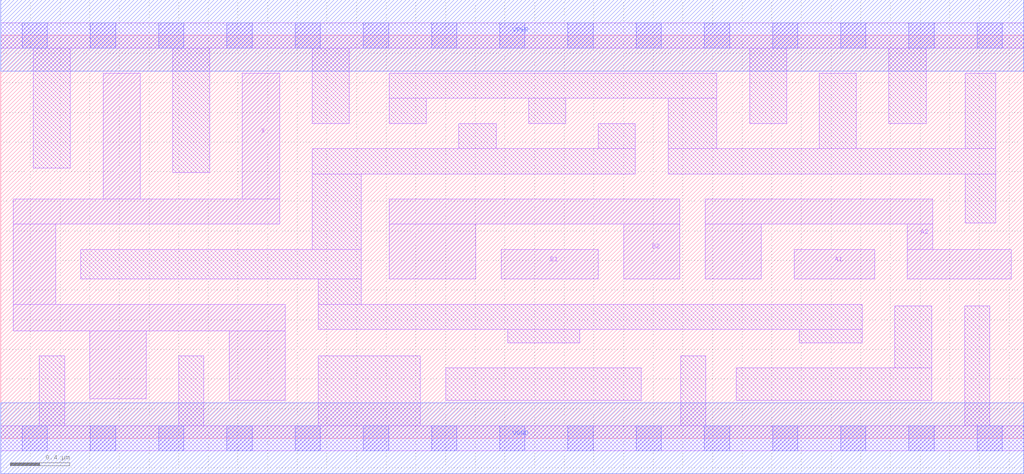
<source format=lef>
# Copyright 2020 The SkyWater PDK Authors
#
# Licensed under the Apache License, Version 2.0 (the "License");
# you may not use this file except in compliance with the License.
# You may obtain a copy of the License at
#
#     https://www.apache.org/licenses/LICENSE-2.0
#
# Unless required by applicable law or agreed to in writing, software
# distributed under the License is distributed on an "AS IS" BASIS,
# WITHOUT WARRANTIES OR CONDITIONS OF ANY KIND, either express or implied.
# See the License for the specific language governing permissions and
# limitations under the License.
#
# SPDX-License-Identifier: Apache-2.0

VERSION 5.7 ;
  NAMESCASESENSITIVE ON ;
  NOWIREEXTENSIONATPIN ON ;
  DIVIDERCHAR "/" ;
  BUSBITCHARS "[]" ;
UNITS
  DATABASE MICRONS 200 ;
END UNITS
PROPERTYDEFINITIONS
  MACRO maskLayoutSubType STRING ;
  MACRO prCellType STRING ;
  MACRO originalViewName STRING ;
END PROPERTYDEFINITIONS
MACRO sky130_fd_sc_hdll__a22o_4
  CLASS CORE ;
  FOREIGN sky130_fd_sc_hdll__a22o_4 ;
  ORIGIN  0.000000  0.000000 ;
  SIZE  6.900000 BY  2.720000 ;
  SYMMETRY X Y R90 ;
  SITE unithd ;
  PIN A1
    ANTENNAGATEAREA  0.555000 ;
    DIRECTION INPUT ;
    USE SIGNAL ;
    PORT
      LAYER li1 ;
        RECT 5.350000 1.075000 5.895000 1.275000 ;
    END
  END A1
  PIN A2
    ANTENNAGATEAREA  0.555000 ;
    DIRECTION INPUT ;
    USE SIGNAL ;
    PORT
      LAYER li1 ;
        RECT 4.750000 1.075000 5.130000 1.445000 ;
        RECT 4.750000 1.445000 6.285000 1.615000 ;
        RECT 6.115000 1.075000 6.815000 1.275000 ;
        RECT 6.115000 1.275000 6.285000 1.445000 ;
    END
  END A2
  PIN B1
    ANTENNAGATEAREA  0.555000 ;
    DIRECTION INPUT ;
    USE SIGNAL ;
    PORT
      LAYER li1 ;
        RECT 3.375000 1.075000 4.030000 1.275000 ;
    END
  END B1
  PIN B2
    ANTENNAGATEAREA  0.555000 ;
    DIRECTION INPUT ;
    USE SIGNAL ;
    PORT
      LAYER li1 ;
        RECT 2.620000 1.075000 3.205000 1.445000 ;
        RECT 2.620000 1.445000 4.580000 1.615000 ;
        RECT 4.200000 1.075000 4.580000 1.445000 ;
    END
  END B2
  PIN X
    ANTENNADIFFAREA  1.028500 ;
    DIRECTION OUTPUT ;
    USE SIGNAL ;
    PORT
      LAYER li1 ;
        RECT 0.085000 0.725000 1.920000 0.905000 ;
        RECT 0.085000 0.905000 0.370000 1.445000 ;
        RECT 0.085000 1.445000 1.880000 1.615000 ;
        RECT 0.600000 0.265000 0.980000 0.725000 ;
        RECT 0.690000 1.615000 0.940000 2.465000 ;
        RECT 1.540000 0.255000 1.920000 0.725000 ;
        RECT 1.630000 1.615000 1.880000 2.465000 ;
    END
  END X
  PIN VGND
    DIRECTION INOUT ;
    USE GROUND ;
    PORT
      LAYER met1 ;
        RECT 0.000000 -0.240000 6.900000 0.240000 ;
    END
  END VGND
  PIN VPWR
    DIRECTION INOUT ;
    USE POWER ;
    PORT
      LAYER met1 ;
        RECT 0.000000 2.480000 6.900000 2.960000 ;
    END
  END VPWR
  OBS
    LAYER li1 ;
      RECT 0.000000 -0.085000 6.900000 0.085000 ;
      RECT 0.000000  2.635000 6.900000 2.805000 ;
      RECT 0.220000  1.825000 0.470000 2.635000 ;
      RECT 0.260000  0.085000 0.430000 0.555000 ;
      RECT 0.540000  1.075000 2.430000 1.275000 ;
      RECT 1.160000  1.795000 1.410000 2.635000 ;
      RECT 1.200000  0.085000 1.370000 0.555000 ;
      RECT 2.100000  1.275000 2.430000 1.785000 ;
      RECT 2.100000  1.785000 4.280000 1.955000 ;
      RECT 2.100000  2.125000 2.350000 2.635000 ;
      RECT 2.140000  0.085000 2.830000 0.555000 ;
      RECT 2.140000  0.735000 5.810000 0.905000 ;
      RECT 2.140000  0.905000 2.430000 1.075000 ;
      RECT 2.620000  2.125000 2.870000 2.295000 ;
      RECT 2.620000  2.295000 4.830000 2.465000 ;
      RECT 3.000000  0.255000 4.320000 0.475000 ;
      RECT 3.090000  1.955000 3.340000 2.125000 ;
      RECT 3.420000  0.645000 3.905000 0.735000 ;
      RECT 3.560000  2.125000 3.810000 2.295000 ;
      RECT 4.030000  1.955000 4.280000 2.125000 ;
      RECT 4.500000  1.785000 6.710000 1.955000 ;
      RECT 4.500000  1.955000 4.830000 2.295000 ;
      RECT 4.585000  0.085000 4.755000 0.555000 ;
      RECT 4.960000  0.255000 6.280000 0.475000 ;
      RECT 5.050000  2.125000 5.300000 2.635000 ;
      RECT 5.385000  0.645000 5.810000 0.735000 ;
      RECT 5.520000  1.955000 5.770000 2.465000 ;
      RECT 5.990000  2.125000 6.240000 2.635000 ;
      RECT 6.030000  0.475000 6.280000 0.895000 ;
      RECT 6.500000  0.085000 6.670000 0.895000 ;
      RECT 6.505000  1.455000 6.710000 1.785000 ;
      RECT 6.505000  1.955000 6.710000 2.465000 ;
    LAYER mcon ;
      RECT 0.145000 -0.085000 0.315000 0.085000 ;
      RECT 0.145000  2.635000 0.315000 2.805000 ;
      RECT 0.605000 -0.085000 0.775000 0.085000 ;
      RECT 0.605000  2.635000 0.775000 2.805000 ;
      RECT 1.065000 -0.085000 1.235000 0.085000 ;
      RECT 1.065000  2.635000 1.235000 2.805000 ;
      RECT 1.525000 -0.085000 1.695000 0.085000 ;
      RECT 1.525000  2.635000 1.695000 2.805000 ;
      RECT 1.985000 -0.085000 2.155000 0.085000 ;
      RECT 1.985000  2.635000 2.155000 2.805000 ;
      RECT 2.445000 -0.085000 2.615000 0.085000 ;
      RECT 2.445000  2.635000 2.615000 2.805000 ;
      RECT 2.905000 -0.085000 3.075000 0.085000 ;
      RECT 2.905000  2.635000 3.075000 2.805000 ;
      RECT 3.365000 -0.085000 3.535000 0.085000 ;
      RECT 3.365000  2.635000 3.535000 2.805000 ;
      RECT 3.825000 -0.085000 3.995000 0.085000 ;
      RECT 3.825000  2.635000 3.995000 2.805000 ;
      RECT 4.285000 -0.085000 4.455000 0.085000 ;
      RECT 4.285000  2.635000 4.455000 2.805000 ;
      RECT 4.745000 -0.085000 4.915000 0.085000 ;
      RECT 4.745000  2.635000 4.915000 2.805000 ;
      RECT 5.205000 -0.085000 5.375000 0.085000 ;
      RECT 5.205000  2.635000 5.375000 2.805000 ;
      RECT 5.665000 -0.085000 5.835000 0.085000 ;
      RECT 5.665000  2.635000 5.835000 2.805000 ;
      RECT 6.125000 -0.085000 6.295000 0.085000 ;
      RECT 6.125000  2.635000 6.295000 2.805000 ;
      RECT 6.585000 -0.085000 6.755000 0.085000 ;
      RECT 6.585000  2.635000 6.755000 2.805000 ;
  END
  PROPERTY maskLayoutSubType "abstract" ;
  PROPERTY prCellType "standard" ;
  PROPERTY originalViewName "layout" ;
END sky130_fd_sc_hdll__a22o_4

</source>
